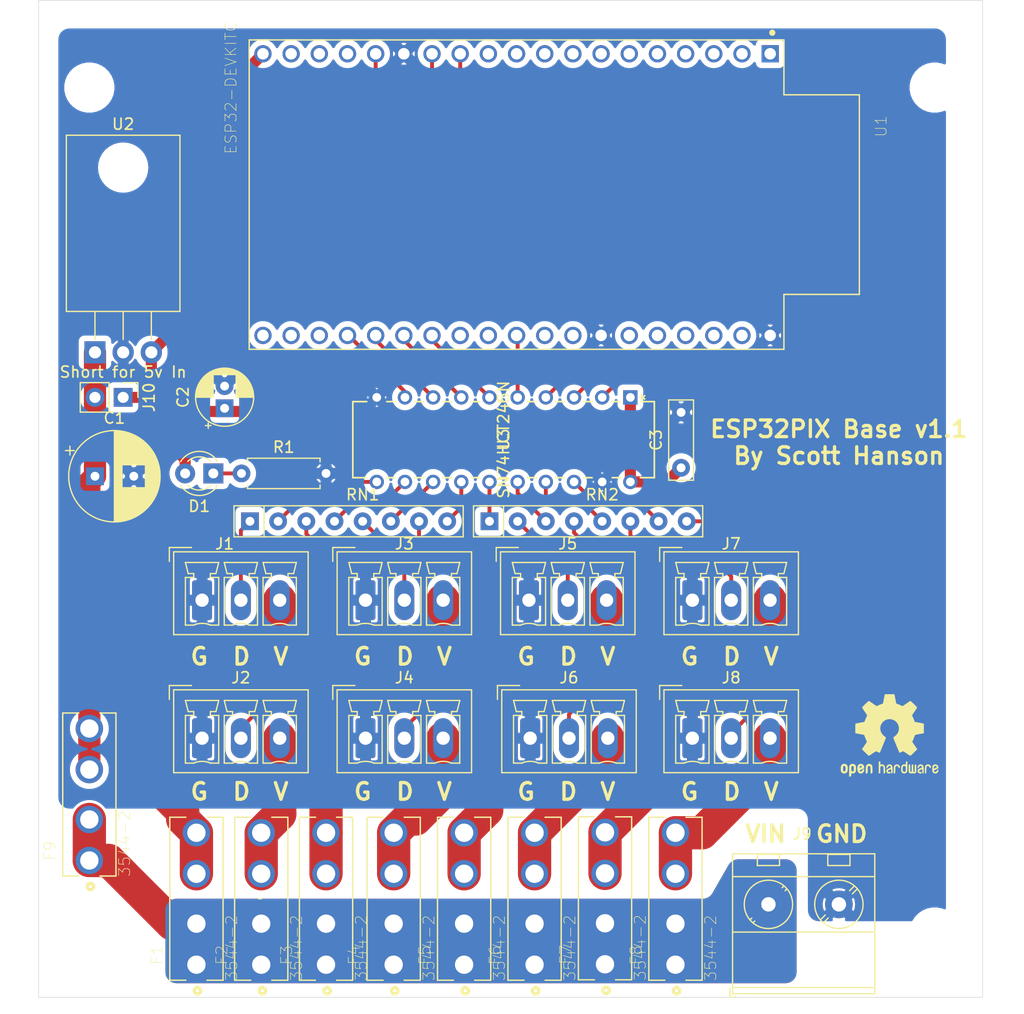
<source format=kicad_pcb>
(kicad_pcb (version 20171130) (host pcbnew "(5.1.0)-1")
  (layers (0 F.Cu signal) (31 B.Cu signal) (34 B.Paste user) (35 F.Paste user) (36 B.SilkS user) (37 F.SilkS user) (38 B.Mask user) (39 F.Mask user) (44 Edge.Cuts user))
  (net 0 "")
  (net 1 GND)
  (net 2 +VDC)
  (net 3 +5V)
  (net 4 "Net-(J1-Pad2)")
  (net 5 /VOUT1)
  (net 6 "Net-(J2-Pad2)")
  (net 7 /VOUT2)
  (net 8 "Net-(J3-Pad2)")
  (net 9 /VOUT3)
  (net 10 "Net-(J4-Pad2)")
  (net 11 /VOUT4)
  (net 12 "Net-(J5-Pad2)")
  (net 13 /VOUT5)
  (net 14 "Net-(J6-Pad2)")
  (net 15 /VOUT6)
  (net 16 "Net-(J7-Pad2)")
  (net 17 /VOUT7)
  (net 18 "Net-(J8-Pad2)")
  (net 19 /VOUT8)
  (net 20 "Net-(U1-Pad37)")
  (net 21 "Net-(U1-Pad36)")
  (net 22 "Net-(U1-Pad35)")
  (net 23 "Net-(U1-Pad34)")
  (net 24 "Net-(U1-Pad33)")
  (net 25 "Net-(U1-Pad31)")
  (net 26 "Net-(U1-Pad30)")
  (net 27 "Net-(U1-Pad28)")
  (net 28 "Net-(U1-Pad27)")
  (net 29 "Net-(U1-Pad22)")
  (net 30 "Net-(U1-Pad21)")
  (net 31 "Net-(U1-Pad20)")
  (net 32 "Net-(U1-Pad18)")
  (net 33 "Net-(U1-Pad17)")
  (net 34 "Net-(U1-Pad16)")
  (net 35 "Net-(U1-Pad11)")
  (net 36 "Net-(U1-Pad10)")
  (net 37 "Net-(U1-Pad9)")
  (net 38 "Net-(U1-Pad8)")
  (net 39 "Net-(U1-Pad7)")
  (net 40 "Net-(U1-Pad6)")
  (net 41 "Net-(U1-Pad5)")
  (net 42 "Net-(U1-Pad4)")
  (net 43 "Net-(U1-Pad3)")
  (net 44 "Net-(U1-Pad2)")
  (net 45 "Net-(U1-Pad1)")
  (net 46 "Net-(U1-Pad29)")
  (net 47 "Net-(U1-Pad26)")
  (net 48 "Net-(U1-Pad25)")
  (net 49 "Net-(U1-Pad24)")
  (net 50 "Net-(U1-Pad23)")
  (net 51 "Net-(U1-Pad15)")
  (net 52 "Net-(U1-Pad13)")
  (net 53 "Net-(U1-Pad12)")
  (net 54 /VIN)
  (net 55 "Net-(RN1-Pad4)")
  (net 56 "Net-(RN1-Pad2)")
  (net 57 "Net-(RN2-Pad3)")
  (net 58 "Net-(RN2-Pad1)")
  (net 59 "Net-(RN1-Pad8)")
  (net 60 "Net-(RN1-Pad6)")
  (net 61 "Net-(RN2-Pad7)")
  (net 62 "Net-(RN2-Pad5)")
  (net 63 "Net-(D1-Pad1)")
  (module Package_TO_SOT_THT:TO-220-3_Horizontal_TabDown (layer F.Cu) (at 120.396 75.184)
    (fp_text reference U2 (at 2.54 -20.58) (layer F.SilkS))
    (fp_text value LM7805_TO220)
    (pad 3 thru_hole oval (at 5.08 0) (size 1.905 2) (drill 1.1) (layers *.Cu *.Mask) (net 3 +5V))
    (pad 2 thru_hole oval (at 2.54 0) (size 1.905 2) (drill 1.1) (layers *.Cu *.Mask) (net 1 GND))
    (pad 1 thru_hole rect (at 0 0) (size 1.905 2) (drill 1.1) (layers *.Cu *.Mask) (net 54 /VIN))
    (pad "" np_thru_hole oval (at 2.54 -16.66) (size 3.5 3.5) (drill 3.5) (layers *.Cu *.Mask))
  )
  (module Connector_Phoenix_MC:PhoenixContact_MCV_1,5_3-G-3.5_1x03_P3.50mm_Vertical (layer F.Cu) (at 159.512 97.536)
    (fp_text reference J5 (at 3.5 -5.08) (layer F.SilkS))
    (fp_text value Conn_01x03)
    (pad 3 thru_hole oval (at 7 0) (size 1.8 3.6) (drill 1.2) (layers *.Cu *.Mask) (net 13 /VOUT5))
    (pad 2 thru_hole oval (at 3.5 0) (size 1.8 3.6) (drill 1.2) (layers *.Cu *.Mask) (net 12 "Net-(J5-Pad2)"))
    (pad 1 thru_hole roundrect (at 0 0) (size 1.8 3.6) (drill 1.2) (layers *.Cu *.Mask) (roundrect_rratio 0.138889) (net 1 GND))
  )
  (module Connector_Phoenix_MC:PhoenixContact_MCV_1,5_3-G-3.5_1x03_P3.50mm_Vertical (layer F.Cu) (at 159.624 109.982)
    (fp_text reference J6 (at 3.5 -5.45) (layer F.SilkS))
    (fp_text value Conn_01x03)
    (pad 3 thru_hole oval (at 7 0) (size 1.8 3.6) (drill 1.2) (layers *.Cu *.Mask) (net 15 /VOUT6))
    (pad 2 thru_hole oval (at 3.5 0) (size 1.8 3.6) (drill 1.2) (layers *.Cu *.Mask) (net 14 "Net-(J6-Pad2)"))
    (pad 1 thru_hole roundrect (at 0 0) (size 1.8 3.6) (drill 1.2) (layers *.Cu *.Mask) (roundrect_rratio 0.138889) (net 1 GND))
  )
  (module Resistor_THT:R_Axial_DIN0207_L6.3mm_D2.5mm_P7.62mm_Horizontal (layer F.Cu) (at 133.604 86.106)
    (fp_text reference R1 (at 3.81 -2.37) (layer F.SilkS))
    (fp_text value 330)
    (pad 2 thru_hole oval (at 7.62 0) (size 1.6 1.6) (drill 0.8) (layers *.Cu *.Mask) (net 1 GND))
    (pad 1 thru_hole circle (at 0 0) (size 1.6 1.6) (drill 0.8) (layers *.Cu *.Mask) (net 63 "Net-(D1-Pad1)"))
  )
  (module LED_THT:LED_D3.0mm (layer F.Cu) (at 131.064 86.106 180)
    (fp_text reference D1 (at 1.27 -2.96 180) (layer F.SilkS))
    (fp_text value Red)
    (pad 2 thru_hole circle (at 2.54 0 180) (size 1.8 1.8) (drill 0.9) (layers *.Cu *.Mask) (net 3 +5V))
    (pad 1 thru_hole rect (at 0 0 180) (size 1.8 1.8) (drill 0.9) (layers *.Cu *.Mask) (net 63 "Net-(D1-Pad1)"))
  )
  (module Resistor_THT:R_Array_SIP8 (layer F.Cu) (at 155.956 90.424)
    (fp_text reference RN2 (at 10.16 -2.4) (layer F.SilkS))
    (fp_text value 100)
    (pad 8 thru_hole oval (at 17.78 0) (size 1.6 1.6) (drill 0.8) (layers *.Cu *.Mask) (net 18 "Net-(J8-Pad2)"))
    (pad 7 thru_hole oval (at 15.24 0) (size 1.6 1.6) (drill 0.8) (layers *.Cu *.Mask) (net 61 "Net-(RN2-Pad7)"))
    (pad 6 thru_hole oval (at 12.7 0) (size 1.6 1.6) (drill 0.8) (layers *.Cu *.Mask) (net 16 "Net-(J7-Pad2)"))
    (pad 5 thru_hole oval (at 10.16 0) (size 1.6 1.6) (drill 0.8) (layers *.Cu *.Mask) (net 62 "Net-(RN2-Pad5)"))
    (pad 4 thru_hole oval (at 7.62 0) (size 1.6 1.6) (drill 0.8) (layers *.Cu *.Mask) (net 14 "Net-(J6-Pad2)"))
    (pad 3 thru_hole oval (at 5.08 0) (size 1.6 1.6) (drill 0.8) (layers *.Cu *.Mask) (net 57 "Net-(RN2-Pad3)"))
    (pad 2 thru_hole oval (at 2.54 0) (size 1.6 1.6) (drill 0.8) (layers *.Cu *.Mask) (net 12 "Net-(J5-Pad2)"))
    (pad 1 thru_hole rect (at 0 0) (size 1.6 1.6) (drill 0.8) (layers *.Cu *.Mask) (net 58 "Net-(RN2-Pad1)"))
  )
  (module Resistor_THT:R_Array_SIP8 (layer F.Cu) (at 134.366 90.424)
    (fp_text reference RN1 (at 10.16 -2.4) (layer F.SilkS))
    (fp_text value 100)
    (pad 8 thru_hole oval (at 17.78 0) (size 1.6 1.6) (drill 0.8) (layers *.Cu *.Mask) (net 59 "Net-(RN1-Pad8)"))
    (pad 7 thru_hole oval (at 15.24 0) (size 1.6 1.6) (drill 0.8) (layers *.Cu *.Mask) (net 10 "Net-(J4-Pad2)"))
    (pad 6 thru_hole oval (at 12.7 0) (size 1.6 1.6) (drill 0.8) (layers *.Cu *.Mask) (net 60 "Net-(RN1-Pad6)"))
    (pad 5 thru_hole oval (at 10.16 0) (size 1.6 1.6) (drill 0.8) (layers *.Cu *.Mask) (net 8 "Net-(J3-Pad2)"))
    (pad 4 thru_hole oval (at 7.62 0) (size 1.6 1.6) (drill 0.8) (layers *.Cu *.Mask) (net 55 "Net-(RN1-Pad4)"))
    (pad 3 thru_hole oval (at 5.08 0) (size 1.6 1.6) (drill 0.8) (layers *.Cu *.Mask) (net 6 "Net-(J2-Pad2)"))
    (pad 2 thru_hole oval (at 2.54 0) (size 1.6 1.6) (drill 0.8) (layers *.Cu *.Mask) (net 56 "Net-(RN1-Pad2)"))
    (pad 1 thru_hole rect (at 0 0) (size 1.6 1.6) (drill 0.8) (layers *.Cu *.Mask) (net 4 "Net-(J1-Pad2)"))
  )
  (module Capacitor_THT:C_Rect_L7.0mm_W2.0mm_P5.00mm (layer F.Cu) (at 173.228 85.598 90)
    (fp_text reference C3 (at 2.5 -2.25 90) (layer F.SilkS))
    (fp_text value 0.1uF)
    (pad 2 thru_hole circle (at 5 0 90) (size 1.6 1.6) (drill 0.8) (layers *.Cu *.Mask) (net 1 GND))
    (pad 1 thru_hole circle (at 0 0 90) (size 1.6 1.6) (drill 0.8) (layers *.Cu *.Mask) (net 3 +5V))
  )
  (module Symbol:OSHW-Logo2_9.8x8mm_SilkScreen (layer F.Cu) (at 192.024 109.728)
    (fp_text reference REF** hide)
    (fp_text value OSHW-Logo2_9.8x8mm_SilkScreen hide)
  )
  (module MountingHole:MountingHole_3.5mm (layer F.Cu) (at 119.888 51.308)
    (fp_text reference H1)
    (fp_text value MountingHole_3.5mm)
    (pad 1 np_thru_hole circle (at 0 0) (size 3.5 3.5) (drill 3.5) (layers *.Cu *.Mask))
  )
  (module MountingHole:MountingHole_3.5mm (layer F.Cu) (at 119.888 127.508)
    (fp_text reference H2)
    (fp_text value MountingHole_3.5mm)
    (pad 1 np_thru_hole circle (at 0 0) (size 3.5 3.5) (drill 3.5) (layers *.Cu *.Mask))
  )
  (module MountingHole:MountingHole_3.5mm (layer F.Cu) (at 196.088 51.308)
    (fp_text reference H3)
    (fp_text value MountingHole_3.5mm)
    (pad 1 np_thru_hole circle (at 0 0) (size 3.5 3.5) (drill 3.5) (layers *.Cu *.Mask))
  )
  (module MountingHole:MountingHole_3.5mm (layer F.Cu) (at 196.088 127.508)
    (fp_text reference H4)
    (fp_text value MountingHole_3.5mm)
    (pad 1 np_thru_hole circle (at 0 0) (size 3.5 3.5) (drill 3.5) (layers *.Cu *.Mask))
  )
  (module Capacitor_THT:CP_Radial_D8.0mm_P3.50mm (layer F.Cu) (at 120.396 86.36)
    (fp_text reference C1 (at 1.75 -5.25) (layer F.SilkS))
    (fp_text value 100uF)
    (pad 2 thru_hole circle (at 3.5 0) (size 1.6 1.6) (drill 0.8) (layers *.Cu *.Mask) (net 1 GND))
    (pad 1 thru_hole rect (at 0 0) (size 1.6 1.6) (drill 0.8) (layers *.Cu *.Mask) (net 54 /VIN))
  )
  (module Keystone_Fuse:FUSE_3544-2 (layer F.Cu) (at 119.888 115.062 90)
    (fp_text reference F9 (at -5.08 -3.556 90) (layer F.SilkS) (effects (font (thickness 0.05))))
    (fp_text value 3544-2 (at -4.445 3.175 90) (layer F.SilkS) (effects (font (thickness 0.05))))
    (pad 2_2 thru_hole circle (at 5.95 0 90) (size 2.475 2.475) (drill 1.65) (layers *.Cu *.Mask) (net 54 /VIN))
    (pad 1_1 thru_hole circle (at -5.95 0 90) (size 2.475 2.475) (drill 1.65) (layers *.Cu *.Mask) (net 2 +VDC))
    (pad 2_1 thru_hole circle (at 2.25 0 90) (size 2.475 2.475) (drill 1.65) (layers *.Cu *.Mask) (net 54 /VIN))
    (pad 1_2 thru_hole circle (at -2.25 0 90) (size 2.475 2.475) (drill 1.65) (layers *.Cu *.Mask) (net 2 +VDC))
  )
  (module Connector_PinHeader_2.54mm:PinHeader_1x02_P2.54mm_Vertical (layer F.Cu) (at 122.936 79.248 270)
    (fp_text reference J10 (at 0 -2.33 270) (layer F.SilkS))
    (fp_text value Conn_01x02)
    (pad 2 thru_hole oval (at 0 2.54 270) (size 1.7 1.7) (drill 1) (layers *.Cu *.Mask) (net 54 /VIN))
    (pad 1 thru_hole rect (at 0 0 270) (size 1.7 1.7) (drill 1) (layers *.Cu *.Mask) (net 3 +5V))
  )
  (module SN74HCT245N:SN74HCT245N (layer F.Cu) (at 145.796 86.868 270)
    (fp_text reference U3 (at -3.81 -11.43 270) (layer F.SilkS))
    (fp_text value SN74HCT245N (at -3.81 -11.43 270) (layer F.SilkS))
    (fp_text user * (at -7.62 -24.2697 270) (layer F.SilkS))
    (pad 20 thru_hole circle (at 0 -22.86 270) (size 1.2954 1.2954) (drill 0.7874) (layers *.Cu *.Mask) (net 3 +5V))
    (pad 19 thru_hole circle (at 0 -20.32 270) (size 1.2954 1.2954) (drill 0.7874) (layers *.Cu *.Mask) (net 1 GND))
    (pad 18 thru_hole circle (at 0 -17.78 270) (size 1.2954 1.2954) (drill 0.7874) (layers *.Cu *.Mask) (net 61 "Net-(RN2-Pad7)"))
    (pad 17 thru_hole circle (at 0 -15.24 270) (size 1.2954 1.2954) (drill 0.7874) (layers *.Cu *.Mask) (net 62 "Net-(RN2-Pad5)"))
    (pad 16 thru_hole circle (at 0 -12.7 270) (size 1.2954 1.2954) (drill 0.7874) (layers *.Cu *.Mask) (net 57 "Net-(RN2-Pad3)"))
    (pad 15 thru_hole circle (at 0 -10.16 270) (size 1.2954 1.2954) (drill 0.7874) (layers *.Cu *.Mask) (net 58 "Net-(RN2-Pad1)"))
    (pad 14 thru_hole circle (at 0 -7.62 270) (size 1.2954 1.2954) (drill 0.7874) (layers *.Cu *.Mask) (net 59 "Net-(RN1-Pad8)"))
    (pad 13 thru_hole circle (at 0 -5.08 270) (size 1.2954 1.2954) (drill 0.7874) (layers *.Cu *.Mask) (net 60 "Net-(RN1-Pad6)"))
    (pad 12 thru_hole circle (at 0 -2.54 270) (size 1.2954 1.2954) (drill 0.7874) (layers *.Cu *.Mask) (net 55 "Net-(RN1-Pad4)"))
    (pad 11 thru_hole circle (at 0 0 270) (size 1.2954 1.2954) (drill 0.7874) (layers *.Cu *.Mask) (net 56 "Net-(RN1-Pad2)"))
    (pad 10 thru_hole circle (at -7.62 0 270) (size 1.2954 1.2954) (drill 0.7874) (layers *.Cu *.Mask) (net 1 GND))
    (pad 9 thru_hole circle (at -7.62 -2.54 270) (size 1.2954 1.2954) (drill 0.7874) (layers *.Cu *.Mask) (net 50 "Net-(U1-Pad23)"))
    (pad 8 thru_hole circle (at -7.62 -5.08 270) (size 1.2954 1.2954) (drill 0.7874) (layers *.Cu *.Mask) (net 49 "Net-(U1-Pad24)"))
    (pad 7 thru_hole circle (at -7.62 -7.62 270) (size 1.2954 1.2954) (drill 0.7874) (layers *.Cu *.Mask) (net 48 "Net-(U1-Pad25)"))
    (pad 6 thru_hole circle (at -7.62 -10.16 270) (size 1.2954 1.2954) (drill 0.7874) (layers *.Cu *.Mask) (net 47 "Net-(U1-Pad26)"))
    (pad 5 thru_hole circle (at -7.62 -12.7 270) (size 1.2954 1.2954) (drill 0.7874) (layers *.Cu *.Mask) (net 46 "Net-(U1-Pad29)"))
    (pad 4 thru_hole circle (at -7.62 -15.24 270) (size 1.2954 1.2954) (drill 0.7874) (layers *.Cu *.Mask) (net 51 "Net-(U1-Pad15)"))
    (pad 3 thru_hole circle (at -7.62 -17.78 270) (size 1.2954 1.2954) (drill 0.7874) (layers *.Cu *.Mask) (net 52 "Net-(U1-Pad13)"))
    (pad 2 thru_hole circle (at -7.62 -20.32 270) (size 1.2954 1.2954) (drill 0.7874) (layers *.Cu *.Mask) (net 53 "Net-(U1-Pad12)"))
    (pad 1 thru_hole rect (at -7.62 -22.86 270) (size 1.2954 1.2954) (drill 0.7874) (layers *.Cu *.Mask) (net 3 +5V))
  )
  (module Connector_Phoenix_MC:PhoenixContact_MCV_1,5_3-G-3.5_1x03_P3.50mm_Vertical (layer F.Cu) (at 130.048 109.982)
    (fp_text reference J2 (at 3.5 -5.45) (layer F.SilkS))
    (fp_text value Conn_01x03)
    (pad 3 thru_hole oval (at 7 0) (size 1.8 3.6) (drill 1.2) (layers *.Cu *.Mask) (net 7 /VOUT2))
    (pad 2 thru_hole oval (at 3.5 0) (size 1.8 3.6) (drill 1.2) (layers *.Cu *.Mask) (net 6 "Net-(J2-Pad2)"))
    (pad 1 thru_hole roundrect (at 0 0) (size 1.8 3.6) (drill 1.2) (layers *.Cu *.Mask) (roundrect_rratio 0.138889) (net 1 GND))
  )
  (module Keystone_Fuse:FUSE_3544-2 (layer F.Cu) (at 129.54 124.46 90)
    (fp_text reference F1 (at -5.08 -3.556 90) (layer F.SilkS) (effects (font (thickness 0.05))))
    (fp_text value 3544-2 (at -4.445 3.175 90) (layer F.SilkS) (effects (font (thickness 0.05))))
    (pad 2_2 thru_hole circle (at 5.95 0 90) (size 2.475 2.475) (drill 1.65) (layers *.Cu *.Mask) (net 5 /VOUT1))
    (pad 1_1 thru_hole circle (at -5.95 0 90) (size 2.475 2.475) (drill 1.65) (layers *.Cu *.Mask) (net 2 +VDC))
    (pad 2_1 thru_hole circle (at 2.25 0 90) (size 2.475 2.475) (drill 1.65) (layers *.Cu *.Mask) (net 5 /VOUT1))
    (pad 1_2 thru_hole circle (at -2.25 0 90) (size 2.475 2.475) (drill 1.65) (layers *.Cu *.Mask) (net 2 +VDC))
  )
  (module Connector_Phoenix_MC:PhoenixContact_MCV_1,5_3-G-3.5_1x03_P3.50mm_Vertical (layer F.Cu) (at 174.244 97.536)
    (fp_text reference J7 (at 3.5 -5.08) (layer F.SilkS))
    (fp_text value Conn_01x03)
    (pad 3 thru_hole oval (at 7 0) (size 1.8 3.6) (drill 1.2) (layers *.Cu *.Mask) (net 17 /VOUT7))
    (pad 2 thru_hole oval (at 3.5 0) (size 1.8 3.6) (drill 1.2) (layers *.Cu *.Mask) (net 16 "Net-(J7-Pad2)"))
    (pad 1 thru_hole roundrect (at 0 0) (size 1.8 3.6) (drill 1.2) (layers *.Cu *.Mask) (roundrect_rratio 0.138889) (net 1 GND))
  )
  (module Keystone_Fuse:FUSE_3544-2 (layer F.Cu) (at 172.72 124.46 90)
    (fp_text reference F8 (at -5.08 -3.556 90) (layer F.SilkS) (effects (font (thickness 0.05))))
    (fp_text value 3544-2 (at -4.445 3.175 90) (layer F.SilkS) (effects (font (thickness 0.05))))
    (pad 2_2 thru_hole circle (at 5.95 0 90) (size 2.475 2.475) (drill 1.65) (layers *.Cu *.Mask) (net 19 /VOUT8))
    (pad 1_1 thru_hole circle (at -5.95 0 90) (size 2.475 2.475) (drill 1.65) (layers *.Cu *.Mask) (net 2 +VDC))
    (pad 2_1 thru_hole circle (at 2.25 0 90) (size 2.475 2.475) (drill 1.65) (layers *.Cu *.Mask) (net 19 /VOUT8))
    (pad 1_2 thru_hole circle (at -2.25 0 90) (size 2.475 2.475) (drill 1.65) (layers *.Cu *.Mask) (net 2 +VDC))
  )
  (module Keystone_Fuse:FUSE_3544-2 (layer F.Cu) (at 166.37 124.424 90)
    (fp_text reference F7 (at -5.08 -3.556 90) (layer F.SilkS) (effects (font (thickness 0.05))))
    (fp_text value 3544-2 (at -4.445 3.175 90) (layer F.SilkS) (effects (font (thickness 0.05))))
    (pad 2_2 thru_hole circle (at 5.95 0 90) (size 2.475 2.475) (drill 1.65) (layers *.Cu *.Mask) (net 17 /VOUT7))
    (pad 1_1 thru_hole circle (at -5.95 0 90) (size 2.475 2.475) (drill 1.65) (layers *.Cu *.Mask) (net 2 +VDC))
    (pad 2_1 thru_hole circle (at 2.25 0 90) (size 2.475 2.475) (drill 1.65) (layers *.Cu *.Mask) (net 17 /VOUT7))
    (pad 1_2 thru_hole circle (at -2.25 0 90) (size 2.475 2.475) (drill 1.65) (layers *.Cu *.Mask) (net 2 +VDC))
  )
  (module Keystone_Fuse:FUSE_3544-2 (layer F.Cu) (at 160.02 124.46 90)
    (fp_text reference F6 (at -5.08 -3.556 90) (layer F.SilkS) (effects (font (thickness 0.05))))
    (fp_text value 3544-2 (at -4.445 3.175 90) (layer F.SilkS) (effects (font (thickness 0.05))))
    (pad 2_2 thru_hole circle (at 5.95 0 90) (size 2.475 2.475) (drill 1.65) (layers *.Cu *.Mask) (net 15 /VOUT6))
    (pad 1_1 thru_hole circle (at -5.95 0 90) (size 2.475 2.475) (drill 1.65) (layers *.Cu *.Mask) (net 2 +VDC))
    (pad 2_1 thru_hole circle (at 2.25 0 90) (size 2.475 2.475) (drill 1.65) (layers *.Cu *.Mask) (net 15 /VOUT6))
    (pad 1_2 thru_hole circle (at -2.25 0 90) (size 2.475 2.475) (drill 1.65) (layers *.Cu *.Mask) (net 2 +VDC))
  )
  (module Keystone_Fuse:FUSE_3544-2 (layer F.Cu) (at 153.67 124.46 90)
    (fp_text reference F5 (at -5.08 -3.556 90) (layer F.SilkS) (effects (font (thickness 0.05))))
    (fp_text value 3544-2 (at -4.445 3.175 90) (layer F.SilkS) (effects (font (thickness 0.05))))
    (pad 2_2 thru_hole circle (at 5.95 0 90) (size 2.475 2.475) (drill 1.65) (layers *.Cu *.Mask) (net 13 /VOUT5))
    (pad 1_1 thru_hole circle (at -5.95 0 90) (size 2.475 2.475) (drill 1.65) (layers *.Cu *.Mask) (net 2 +VDC))
    (pad 2_1 thru_hole circle (at 2.25 0 90) (size 2.475 2.475) (drill 1.65) (layers *.Cu *.Mask) (net 13 /VOUT5))
    (pad 1_2 thru_hole circle (at -2.25 0 90) (size 2.475 2.475) (drill 1.65) (layers *.Cu *.Mask) (net 2 +VDC))
  )
  (module Keystone_Fuse:FUSE_3544-2 (layer F.Cu) (at 147.32 124.46 90)
    (fp_text reference F4 (at -5.08 -3.556 90) (layer F.SilkS) (effects (font (thickness 0.05))))
    (fp_text value 3544-2 (at -4.445 3.175 90) (layer F.SilkS) (effects (font (thickness 0.05))))
    (pad 2_2 thru_hole circle (at 5.95 0 90) (size 2.475 2.475) (drill 1.65) (layers *.Cu *.Mask) (net 11 /VOUT4))
    (pad 1_1 thru_hole circle (at -5.95 0 90) (size 2.475 2.475) (drill 1.65) (layers *.Cu *.Mask) (net 2 +VDC))
    (pad 2_1 thru_hole circle (at 2.25 0 90) (size 2.475 2.475) (drill 1.65) (layers *.Cu *.Mask) (net 11 /VOUT4))
    (pad 1_2 thru_hole circle (at -2.25 0 90) (size 2.475 2.475) (drill 1.65) (layers *.Cu *.Mask) (net 2 +VDC))
  )
  (module Keystone_Fuse:FUSE_3544-2 (layer F.Cu) (at 141.224 124.46 90)
    (fp_text reference F3 (at -5.08 -3.556 90) (layer F.SilkS) (effects (font (thickness 0.05))))
    (fp_text value 3544-2 (at -4.445 3.175 90) (layer F.SilkS) (effects (font (thickness 0.05))))
    (pad 2_2 thru_hole circle (at 5.95 0 90) (size 2.475 2.475) (drill 1.65) (layers *.Cu *.Mask) (net 9 /VOUT3))
    (pad 1_1 thru_hole circle (at -5.95 0 90) (size 2.475 2.475) (drill 1.65) (layers *.Cu *.Mask) (net 2 +VDC))
    (pad 2_1 thru_hole circle (at 2.25 0 90) (size 2.475 2.475) (drill 1.65) (layers *.Cu *.Mask) (net 9 /VOUT3))
    (pad 1_2 thru_hole circle (at -2.25 0 90) (size 2.475 2.475) (drill 1.65) (layers *.Cu *.Mask) (net 2 +VDC))
  )
  (module Keystone_Fuse:FUSE_3544-2 (layer F.Cu) (at 135.382 124.46 90)
    (fp_text reference F2 (at -5.08 -3.556 90) (layer F.SilkS) (effects (font (thickness 0.05))))
    (fp_text value 3544-2 (at -4.445 3.175 90) (layer F.SilkS) (effects (font (thickness 0.05))))
    (pad 2_2 thru_hole circle (at 5.95 0 90) (size 2.475 2.475) (drill 1.65) (layers *.Cu *.Mask) (net 7 /VOUT2))
    (pad 1_1 thru_hole circle (at -5.95 0 90) (size 2.475 2.475) (drill 1.65) (layers *.Cu *.Mask) (net 2 +VDC))
    (pad 2_1 thru_hole circle (at 2.25 0 90) (size 2.475 2.475) (drill 1.65) (layers *.Cu *.Mask) (net 7 /VOUT2))
    (pad 1_2 thru_hole circle (at -2.25 0 90) (size 2.475 2.475) (drill 1.65) (layers *.Cu *.Mask) (net 2 +VDC))
  )
  (module ESP32_DEVKITC:XCVR_ESP32-DEVKITC (layer F.Cu) (at 161.798 60.96 270)
    (fp_text reference U1 (at -6.16442 -29.456 270) (layer F.SilkS) (effects (font (size 1.00039 1.00039) (thickness 0.05))))
    (fp_text value ESP32-DEVKITC (at -9.63628 29.1445 270) (layer F.SilkS) (effects (font (size 1.00105 1.00105) (thickness 0.05))))
    (pad 38 thru_hole circle (at 12.7 -19.46 90) (size 1.56 1.56) (drill 1.04) (layers *.Cu *.Mask) (net 1 GND))
    (pad 37 thru_hole circle (at 12.7 -16.92 90) (size 1.56 1.56) (drill 1.04) (layers *.Cu *.Mask) (net 20 "Net-(U1-Pad37)"))
    (pad 36 thru_hole circle (at 12.7 -14.38 90) (size 1.56 1.56) (drill 1.04) (layers *.Cu *.Mask) (net 21 "Net-(U1-Pad36)"))
    (pad 35 thru_hole circle (at 12.7 -11.84 90) (size 1.56 1.56) (drill 1.04) (layers *.Cu *.Mask) (net 22 "Net-(U1-Pad35)"))
    (pad 34 thru_hole circle (at 12.7 -9.3 90) (size 1.56 1.56) (drill 1.04) (layers *.Cu *.Mask) (net 23 "Net-(U1-Pad34)"))
    (pad 33 thru_hole circle (at 12.7 -6.76 90) (size 1.56 1.56) (drill 1.04) (layers *.Cu *.Mask) (net 24 "Net-(U1-Pad33)"))
    (pad 32 thru_hole circle (at 12.7 -4.22 90) (size 1.56 1.56) (drill 1.04) (layers *.Cu *.Mask) (net 1 GND))
    (pad 31 thru_hole circle (at 12.7 -1.68 90) (size 1.56 1.56) (drill 1.04) (layers *.Cu *.Mask) (net 25 "Net-(U1-Pad31)"))
    (pad 30 thru_hole circle (at 12.7 0.86 90) (size 1.56 1.56) (drill 1.04) (layers *.Cu *.Mask) (net 26 "Net-(U1-Pad30)"))
    (pad 29 thru_hole circle (at 12.7 3.4 90) (size 1.56 1.56) (drill 1.04) (layers *.Cu *.Mask) (net 46 "Net-(U1-Pad29)"))
    (pad 28 thru_hole circle (at 12.7 5.94 90) (size 1.56 1.56) (drill 1.04) (layers *.Cu *.Mask) (net 27 "Net-(U1-Pad28)"))
    (pad 27 thru_hole circle (at 12.7 8.48 90) (size 1.56 1.56) (drill 1.04) (layers *.Cu *.Mask) (net 28 "Net-(U1-Pad27)"))
    (pad 26 thru_hole circle (at 12.7 11.02 90) (size 1.56 1.56) (drill 1.04) (layers *.Cu *.Mask) (net 47 "Net-(U1-Pad26)"))
    (pad 25 thru_hole circle (at 12.7 13.56 90) (size 1.56 1.56) (drill 1.04) (layers *.Cu *.Mask) (net 48 "Net-(U1-Pad25)"))
    (pad 24 thru_hole circle (at 12.7 16.1 90) (size 1.56 1.56) (drill 1.04) (layers *.Cu *.Mask) (net 49 "Net-(U1-Pad24)"))
    (pad 23 thru_hole circle (at 12.7 18.64 90) (size 1.56 1.56) (drill 1.04) (layers *.Cu *.Mask) (net 50 "Net-(U1-Pad23)"))
    (pad 22 thru_hole circle (at 12.7 21.18 90) (size 1.56 1.56) (drill 1.04) (layers *.Cu *.Mask) (net 29 "Net-(U1-Pad22)"))
    (pad 21 thru_hole circle (at 12.7 23.72 90) (size 1.56 1.56) (drill 1.04) (layers *.Cu *.Mask) (net 30 "Net-(U1-Pad21)"))
    (pad 20 thru_hole circle (at 12.7 26.26 90) (size 1.56 1.56) (drill 1.04) (layers *.Cu *.Mask) (net 31 "Net-(U1-Pad20)"))
    (pad 18 thru_hole circle (at -12.7 23.72 270) (size 1.56 1.56) (drill 1.04) (layers *.Cu *.Mask) (net 32 "Net-(U1-Pad18)"))
    (pad 17 thru_hole circle (at -12.7 21.18 270) (size 1.56 1.56) (drill 1.04) (layers *.Cu *.Mask) (net 33 "Net-(U1-Pad17)"))
    (pad 16 thru_hole circle (at -12.7 18.64 270) (size 1.56 1.56) (drill 1.04) (layers *.Cu *.Mask) (net 34 "Net-(U1-Pad16)"))
    (pad 15 thru_hole circle (at -12.7 16.1 270) (size 1.56 1.56) (drill 1.04) (layers *.Cu *.Mask) (net 51 "Net-(U1-Pad15)"))
    (pad 14 thru_hole circle (at -12.7 13.56 270) (size 1.56 1.56) (drill 1.04) (layers *.Cu *.Mask) (net 1 GND))
    (pad 13 thru_hole circle (at -12.7 11.02 270) (size 1.56 1.56) (drill 1.04) (layers *.Cu *.Mask) (net 52 "Net-(U1-Pad13)"))
    (pad 12 thru_hole circle (at -12.7 8.48 270) (size 1.56 1.56) (drill 1.04) (layers *.Cu *.Mask) (net 53 "Net-(U1-Pad12)"))
    (pad 11 thru_hole circle (at -12.7 5.94 270) (size 1.56 1.56) (drill 1.04) (layers *.Cu *.Mask) (net 35 "Net-(U1-Pad11)"))
    (pad 10 thru_hole circle (at -12.7 3.4 270) (size 1.56 1.56) (drill 1.04) (layers *.Cu *.Mask) (net 36 "Net-(U1-Pad10)"))
    (pad 9 thru_hole circle (at -12.7 0.86 270) (size 1.56 1.56) (drill 1.04) (layers *.Cu *.Mask) (net 37 "Net-(U1-Pad9)"))
    (pad 8 thru_hole circle (at -12.7 -1.68 270) (size 1.56 1.56) (drill 1.04) (layers *.Cu *.Mask) (net 38 "Net-(U1-Pad8)"))
    (pad 7 thru_hole circle (at -12.7 -4.22 270) (size 1.56 1.56) (drill 1.04) (layers *.Cu *.Mask) (net 39 "Net-(U1-Pad7)"))
    (pad 6 thru_hole circle (at -12.7 -6.76 270) (size 1.56 1.56) (drill 1.04) (layers *.Cu *.Mask) (net 40 "Net-(U1-Pad6)"))
    (pad 5 thru_hole circle (at -12.7 -9.3 270) (size 1.56 1.56) (drill 1.04) (layers *.Cu *.Mask) (net 41 "Net-(U1-Pad5)"))
    (pad 4 thru_hole circle (at -12.7 -11.84 270) (size 1.56 1.56) (drill 1.04) (layers *.Cu *.Mask) (net 42 "Net-(U1-Pad4)"))
    (pad 3 thru_hole circle (at -12.7 -14.38 270) (size 1.56 1.56) (drill 1.04) (layers *.Cu *.Mask) (net 43 "Net-(U1-Pad3)"))
    (pad 19 thru_hole circle (at -12.7 26.26 270) (size 1.56 1.56) (drill 1.04) (layers *.Cu *.Mask) (net 3 +5V))
    (pad 2 thru_hole circle (at -12.7 -16.92 270) (size 1.56 1.56) (drill 1.04) (layers *.Cu *.Mask) (net 44 "Net-(U1-Pad2)"))
    (pad 1 thru_hole rect (at -12.7 -19.46 270) (size 1.56 1.56) (drill 1.04) (layers *.Cu *.Mask) (net 45 "Net-(U1-Pad1)"))
  )
  (module TerminalBlock_MetzConnect:TerminalBlock_MetzConnect_Type701_RT11L02HGLU_1x02_P6.35mm_Horizontal (layer F.Cu) (at 181.102 124.968)
    (fp_text reference J9 (at 3.048 -6.35) (layer F.SilkS))
    (fp_text value Conn_01x02)
    (pad 2 thru_hole circle (at 6.35 0) (size 2.5 2.5) (drill 1.3) (layers *.Cu *.Mask) (net 1 GND))
    (pad 1 thru_hole rect (at 0 0) (size 2.5 2.5) (drill 1.3) (layers *.Cu *.Mask) (net 2 +VDC))
  )
  (module Connector_Phoenix_MC:PhoenixContact_MCV_1,5_3-G-3.5_1x03_P3.50mm_Vertical (layer F.Cu) (at 174.244 109.982)
    (fp_text reference J8 (at 3.5 -5.45) (layer F.SilkS))
    (fp_text value Conn_01x03)
    (pad 3 thru_hole oval (at 7 0) (size 1.8 3.6) (drill 1.2) (layers *.Cu *.Mask) (net 19 /VOUT8))
    (pad 2 thru_hole oval (at 3.5 0) (size 1.8 3.6) (drill 1.2) (layers *.Cu *.Mask) (net 18 "Net-(J8-Pad2)"))
    (pad 1 thru_hole roundrect (at 0 0) (size 1.8 3.6) (drill 1.2) (layers *.Cu *.Mask) (roundrect_rratio 0.138889) (net 1 GND))
  )
  (module Connector_Phoenix_MC:PhoenixContact_MCV_1,5_3-G-3.5_1x03_P3.50mm_Vertical (layer F.Cu) (at 144.78 109.982)
    (fp_text reference J4 (at 3.5 -5.45) (layer F.SilkS))
    (fp_text value Conn_01x03)
    (pad 3 thru_hole oval (at 7 0) (size 1.8 3.6) (drill 1.2) (layers *.Cu *.Mask) (net 11 /VOUT4))
    (pad 2 thru_hole oval (at 3.5 0) (size 1.8 3.6) (drill 1.2) (layers *.Cu *.Mask) (net 10 "Net-(J4-Pad2)"))
    (pad 1 thru_hole roundrect (at 0 0) (size 1.8 3.6) (drill 1.2) (layers *.Cu *.Mask) (roundrect_rratio 0.138889) (net 1 GND))
  )
  (module Connector_Phoenix_MC:PhoenixContact_MCV_1,5_3-G-3.5_1x03_P3.50mm_Vertical (layer F.Cu) (at 144.78 97.536)
    (fp_text reference J3 (at 3.5 -5.08) (layer F.SilkS))
    (fp_text value Conn_01x03)
    (pad 3 thru_hole oval (at 7 0) (size 1.8 3.6) (drill 1.2) (layers *.Cu *.Mask) (net 9 /VOUT3))
    (pad 2 thru_hole oval (at 3.5 0) (size 1.8 3.6) (drill 1.2) (layers *.Cu *.Mask) (net 8 "Net-(J3-Pad2)"))
    (pad 1 thru_hole roundrect (at 0 0) (size 1.8 3.6) (drill 1.2) (layers *.Cu *.Mask) (roundrect_rratio 0.138889) (net 1 GND))
  )
  (module Connector_Phoenix_MC:PhoenixContact_MCV_1,5_3-G-3.5_1x03_P3.50mm_Vertical (layer F.Cu) (at 130.048 97.536)
    (fp_text reference J1 (at 2.032 -5.08) (layer F.SilkS))
    (fp_text value Conn_01x03)
    (pad 3 thru_hole oval (at 7 0) (size 1.8 3.6) (drill 1.2) (layers *.Cu *.Mask) (net 5 /VOUT1))
    (pad 2 thru_hole oval (at 3.5 0) (size 1.8 3.6) (drill 1.2) (layers *.Cu *.Mask) (net 4 "Net-(J1-Pad2)"))
    (pad 1 thru_hole roundrect (at 0 0) (size 1.8 3.6) (drill 1.2) (layers *.Cu *.Mask) (roundrect_rratio 0.138889) (net 1 GND))
  )
  (module Capacitor_THT:CP_Radial_D5.0mm_P2.00mm (layer F.Cu) (at 132.08 80.232 90)
    (fp_text reference C2 (at 1 -3.75 90) (layer F.SilkS))
    (fp_text value 10uF)
    (pad 2 thru_hole circle (at 2 0 90) (size 1.6 1.6) (drill 0.8) (layers *.Cu *.Mask) (net 1 GND))
    (pad 1 thru_hole rect (at 0 0 90) (size 1.6 1.6) (drill 0.8) (layers *.Cu *.Mask) (net 3 +5V))
  )
  (gr_text V (at 137.16 102.616) (layer F.SilkS) (effects (font (size 1.5 1.5) (thickness 0.3))))
  (gr_text D (at 133.604 102.616) (layer F.SilkS) (effects (font (size 1.5 1.5) (thickness 0.3))))
  (gr_text G (at 129.794 102.616) (layer F.SilkS) (effects (font (size 1.5 1.5) (thickness 0.3))))
  (gr_text V (at 151.892 102.616) (layer F.SilkS) (effects (font (size 1.5 1.5) (thickness 0.3))))
  (gr_text D (at 148.336 102.616) (layer F.SilkS) (effects (font (size 1.5 1.5) (thickness 0.3))))
  (gr_text G (at 144.526 102.616) (layer F.SilkS) (effects (font (size 1.5 1.5) (thickness 0.3))))
  (gr_text V (at 166.624 102.616) (layer F.SilkS) (effects (font (size 1.5 1.5) (thickness 0.3))))
  (gr_text D (at 163.068 102.616) (layer F.SilkS) (effects (font (size 1.5 1.5) (thickness 0.3))))
  (gr_text G (at 159.258 102.616) (layer F.SilkS) (effects (font (size 1.5 1.5) (thickness 0.3))))
  (gr_text V (at 181.356 102.616) (layer F.SilkS) (effects (font (size 1.5 1.5) (thickness 0.3))))
  (gr_text D (at 177.8 102.616) (layer F.SilkS) (effects (font (size 1.5 1.5) (thickness 0.3))))
  (gr_text G (at 173.99 102.616) (layer F.SilkS) (effects (font (size 1.5 1.5) (thickness 0.3))))
  (gr_text "Short for 5v In" (at 122.936 76.962) (layer F.SilkS) (effects (font (size 1 1))))
  (gr_text G (at 144.526 114.808) (layer F.SilkS) (effects (font (size 1.5 1.5) (thickness 0.3))))
  (gr_text G (at 159.258 114.808) (layer F.SilkS) (effects (font (size 1.5 1.5) (thickness 0.3))))
  (gr_text V (at 151.892 114.808) (layer F.SilkS) (effects (font (size 1.5 1.5) (thickness 0.3))))
  (gr_text D (at 148.336 114.808) (layer F.SilkS) (effects (font (size 1.5 1.5) (thickness 0.3))))
  (gr_text "ESP32PIX Base v1.1\nBy Scott Hanson" (at 187.452 83.312) (layer F.SilkS) (effects (font (size 1.5 1.5) (thickness 0.3))))
  (gr_text V (at 181.356 114.808) (layer F.SilkS) (effects (font (size 1.5 1.5) (thickness 0.3))))
  (gr_text G (at 173.99 114.808) (layer F.SilkS) (effects (font (size 1.5 1.5) (thickness 0.3))))
  (gr_text D (at 177.8 114.808) (layer F.SilkS) (effects (font (size 1.5 1.5) (thickness 0.3))))
  (gr_text V (at 166.624 114.808) (layer F.SilkS) (effects (font (size 1.5 1.5) (thickness 0.3))))
  (gr_text D (at 163.068 114.808) (layer F.SilkS) (effects (font (size 1.5 1.5) (thickness 0.3))))
  (gr_text V (at 137.16 114.808) (layer F.SilkS) (effects (font (size 1.5 1.5) (thickness 0.3))))
  (gr_text D (at 133.604 114.808) (layer F.SilkS) (effects (font (size 1.5 1.5) (thickness 0.3))))
  (gr_text G (at 129.794 114.808) (layer F.SilkS) (effects (font (size 1.5 1.5) (thickness 0.3))))
  (gr_text GND (at 187.706 118.618) (layer F.SilkS) (effects (font (size 1.5 1.5) (thickness 0.3))))
  (gr_text VIN (at 180.848 118.618) (layer F.SilkS) (effects (font (size 1.5 1.5) (thickness 0.3))))
  (gr_line (start 135.128 124.46) (end 135.382 124.46) (layer F.SilkS) (width 0.12))
  (gr_line (start 115.316 133.35) (end 115.316 43.434) (layer Edge.Cuts) (width 0.05))
  (gr_line (start 200.406 133.35) (end 115.316 133.35) (layer Edge.Cuts) (width 0.05))
  (gr_line (start 200.406 43.434) (end 200.406 133.35) (layer Edge.Cuts) (width 0.05))
  (gr_line (start 115.316 43.434) (end 200.406 43.434) (layer Edge.Cuts) (width 0.05))
  (segment (start 127.336089 126.71) (end 129.54 126.71) (width 3) (layer F.Cu) (net 2))
  (segment (start 119.888 121.012) (end 121.638089 121.012) (width 3) (layer F.Cu) (net 2))
  (segment (start 121.638089 121.012) (end 127.336089 126.71) (width 3) (layer F.Cu) (net 2))
  (segment (start 119.888 117.312) (end 119.888 121.012) (width 3) (layer F.Cu) (net 2))
  (segment (start 125.476 75.1365) (end 125.476 75.184) (width 0.5) (layer F.Cu) (net 3))
  (segment (start 136.144 80.518) (end 128.016 80.518) (width 1) (layer F.Cu) (net 3))
  (segment (start 125.476 77.978) (end 125.476 75.184) (width 1) (layer F.Cu) (net 3))
  (segment (start 128.016 80.518) (end 125.476 77.978) (width 1) (layer F.Cu) (net 3))
  (segment (start 136.144 80.518) (end 140.462 80.518) (width 1) (layer F.Cu) (net 3))
  (segment (start 140.462 80.518) (end 142.494 82.55) (width 1) (layer F.Cu) (net 3))
  (segment (start 142.494 82.55) (end 168.656 82.55) (width 1) (layer F.Cu) (net 3))
  (segment (start 168.656 82.55) (end 168.656 79.248) (width 1) (layer F.Cu) (net 3))
  (segment (start 168.656 82.55) (end 168.656 86.868) (width 1) (layer F.Cu) (net 3))
  (segment (start 171.958 86.868) (end 168.656 86.868) (width 1) (layer F.Cu) (net 3))
  (segment (start 173.228 85.598) (end 171.958 86.868) (width 1) (layer F.Cu) (net 3))
  (segment (start 128.016 84.325208) (end 128.016 80.518) (width 1) (layer F.Cu) (net 3))
  (segment (start 128.524 84.833208) (end 128.016 84.325208) (width 1) (layer F.Cu) (net 3))
  (segment (start 128.524 86.106) (end 128.524 84.833208) (width 1) (layer F.Cu) (net 3))
  (segment (start 125.476 78.558) (end 125.476 77.978) (width 1) (layer F.Cu) (net 3))
  (segment (start 124.786 79.248) (end 125.476 78.558) (width 1) (layer F.Cu) (net 3))
  (segment (start 122.936 79.248) (end 124.786 79.248) (width 1) (layer F.Cu) (net 3))
  (segment (start 130.556 53.242) (end 135.538 48.26) (width 1) (layer F.Cu) (net 3))
  (segment (start 125.476 75.184) (end 130.556 70.104) (width 1) (layer F.Cu) (net 3))
  (segment (start 130.556 70.104) (end 130.556 53.242) (width 1) (layer F.Cu) (net 3))
  (segment (start 133.548 91.242) (end 134.366 90.424) (width 0.35) (layer F.Cu) (net 4))
  (segment (start 133.548 97.536) (end 133.548 91.242) (width 0.35) (layer F.Cu) (net 4))
  (segment (start 129.54 118.51) (end 129.54 122.21) (width 3) (layer F.Cu) (net 5))
  (segment (start 137.048 101.204) (end 137.048 97.536) (width 3) (layer F.Cu) (net 5))
  (segment (start 128.302501 117.272501) (end 128.302501 116.618501) (width 3) (layer F.Cu) (net 5))
  (segment (start 129.54 118.51) (end 128.302501 117.272501) (width 3) (layer F.Cu) (net 5))
  (segment (start 128.302501 116.618501) (end 125.73 114.046) (width 3) (layer F.Cu) (net 5))
  (segment (start 125.73 114.046) (end 125.73 106.934) (width 3) (layer F.Cu) (net 5))
  (segment (start 133.858 104.394) (end 137.048 101.204) (width 3) (layer F.Cu) (net 5))
  (segment (start 125.73 106.934) (end 128.27 104.394) (width 3) (layer F.Cu) (net 5))
  (segment (start 128.27 104.394) (end 133.858 104.394) (width 3) (layer F.Cu) (net 5))
  (segment (start 133.548 109.082) (end 133.548 109.982) (width 0.35) (layer F.Cu) (net 6))
  (segment (start 140.462 102.168) (end 133.548 109.082) (width 0.35) (layer F.Cu) (net 6))
  (segment (start 140.462 92.57137) (end 140.462 102.168) (width 0.35) (layer F.Cu) (net 6))
  (segment (start 139.446 91.55537) (end 140.462 92.57137) (width 0.35) (layer F.Cu) (net 6))
  (segment (start 139.446 90.424) (end 139.446 91.55537) (width 0.35) (layer F.Cu) (net 6))
  (segment (start 135.382 122.21) (end 135.382 118.51) (width 3) (layer F.Cu) (net 7))
  (segment (start 137.048 116.844) (end 137.048 109.982) (width 3) (layer F.Cu) (net 7))
  (segment (start 135.382 118.51) (end 137.048 116.844) (width 3) (layer F.Cu) (net 7))
  (segment (start 147.828 96.636) (end 148.082 96.382) (width 0.25) (layer F.Cu) (net 8))
  (segment (start 147.828 97.536) (end 147.828 96.636) (width 0.25) (layer F.Cu) (net 8))
  (segment (start 148.28 94.178) (end 148.28 97.536) (width 0.35) (layer F.Cu) (net 8))
  (segment (start 144.526 90.424) (end 148.28 94.178) (width 0.35) (layer F.Cu) (net 8))
  (segment (start 141.224 118.51) (end 141.224 122.21) (width 3) (layer F.Cu) (net 9))
  (segment (start 151.78 102.336) (end 151.78 97.536) (width 3) (layer F.Cu) (net 9))
  (segment (start 149.722 104.394) (end 151.78 102.336) (width 3) (layer F.Cu) (net 9))
  (segment (start 143.764 104.394) (end 149.722 104.394) (width 3) (layer F.Cu) (net 9))
  (segment (start 141.224 106.934) (end 143.764 104.394) (width 3) (layer F.Cu) (net 9))
  (segment (start 141.224 118.51) (end 141.224 106.934) (width 3) (layer F.Cu) (net 9))
  (segment (start 149.606 91.948) (end 149.606 90.424) (width 0.35) (layer F.Cu) (net 10))
  (segment (start 148.28 109.082) (end 155.194 102.168) (width 0.35) (layer F.Cu) (net 10))
  (segment (start 155.194 102.168) (end 155.194 96.012) (width 0.35) (layer F.Cu) (net 10))
  (segment (start 155.194 96.012) (end 152.654 93.472) (width 0.35) (layer F.Cu) (net 10))
  (segment (start 148.28 109.982) (end 148.28 109.082) (width 0.35) (layer F.Cu) (net 10))
  (segment (start 152.654 93.472) (end 151.13 93.472) (width 0.35) (layer F.Cu) (net 10))
  (segment (start 151.13 93.472) (end 149.606 91.948) (width 0.35) (layer F.Cu) (net 10))
  (segment (start 147.32 118.51) (end 147.32 122.21) (width 3) (layer F.Cu) (net 11))
  (segment (start 151.78 114.782) (end 151.78 109.982) (width 3) (layer F.Cu) (net 11))
  (segment (start 149.289499 117.272501) (end 151.78 114.782) (width 3) (layer F.Cu) (net 11))
  (segment (start 148.557499 117.272501) (end 149.289499 117.272501) (width 3) (layer F.Cu) (net 11))
  (segment (start 147.32 118.51) (end 148.557499 117.272501) (width 3) (layer F.Cu) (net 11))
  (segment (start 163.012 94.94) (end 158.496 90.424) (width 0.35) (layer F.Cu) (net 12))
  (segment (start 163.012 97.536) (end 163.012 94.94) (width 0.35) (layer F.Cu) (net 12))
  (segment (start 155.702 116.478) (end 153.67 118.51) (width 3) (layer F.Cu) (net 13))
  (segment (start 155.702 107.95) (end 155.702 116.478) (width 3) (layer F.Cu) (net 13))
  (segment (start 160.274 103.378) (end 155.702 107.95) (width 3) (layer F.Cu) (net 13))
  (segment (start 162.171233 103.378) (end 160.274 103.378) (width 3) (layer F.Cu) (net 13))
  (segment (start 166.512 97.536) (end 166.512 99.037233) (width 3) (layer F.Cu) (net 13))
  (segment (start 166.512 99.037233) (end 162.171233 103.378) (width 3) (layer F.Cu) (net 13))
  (segment (start 153.67 122.21) (end 153.67 118.51) (width 3) (layer F.Cu) (net 13))
  (segment (start 163.068 109.982) (end 163.068 109.082) (width 0.25) (layer B.Cu) (net 14))
  (segment (start 163.576 91.44) (end 163.576 90.424) (width 0.35) (layer F.Cu) (net 14))
  (segment (start 163.124 107.832) (end 169.672 101.284) (width 0.35) (layer F.Cu) (net 14))
  (segment (start 163.124 109.982) (end 163.124 107.832) (width 0.35) (layer F.Cu) (net 14))
  (segment (start 169.672 101.284) (end 169.672 95.758) (width 0.35) (layer F.Cu) (net 14))
  (segment (start 169.672 95.758) (end 167.132 93.218) (width 0.35) (layer F.Cu) (net 14))
  (segment (start 167.132 93.218) (end 165.354 93.218) (width 0.35) (layer F.Cu) (net 14))
  (segment (start 165.354 93.218) (end 163.576 91.44) (width 0.35) (layer F.Cu) (net 14))
  (segment (start 166.624 111.906) (end 160.02 118.51) (width 3) (layer F.Cu) (net 15))
  (segment (start 166.624 109.982) (end 166.624 111.906) (width 3) (layer F.Cu) (net 15))
  (segment (start 160.02 118.51) (end 160.02 122.21) (width 3) (layer F.Cu) (net 15))
  (segment (start 168.656 91.694) (end 168.656 90.424) (width 0.35) (layer F.Cu) (net 16))
  (segment (start 170.18 93.218) (end 168.656 91.694) (width 0.35) (layer F.Cu) (net 16))
  (segment (start 175.576 93.218) (end 170.18 93.218) (width 0.35) (layer F.Cu) (net 16))
  (segment (start 177.744 97.536) (end 177.744 95.386) (width 0.35) (layer F.Cu) (net 16))
  (segment (start 177.744 95.386) (end 175.576 93.218) (width 0.35) (layer F.Cu) (net 16))
  (segment (start 166.37 118.474) (end 166.37 122.174) (width 3) (layer F.Cu) (net 17))
  (segment (start 181.244 99.934) (end 181.244 97.536) (width 3) (layer F.Cu) (net 17))
  (segment (start 176.784 104.394) (end 181.244 99.934) (width 3) (layer F.Cu) (net 17))
  (segment (start 173.99 104.394) (end 176.784 104.394) (width 3) (layer F.Cu) (net 17))
  (segment (start 170.434 107.95) (end 173.99 104.394) (width 3) (layer F.Cu) (net 17))
  (segment (start 166.37 118.474) (end 170.434 114.41) (width 3) (layer F.Cu) (net 17))
  (segment (start 170.434 114.41) (end 170.434 107.95) (width 3) (layer F.Cu) (net 17))
  (segment (start 179.578 90.424) (end 173.736 90.424) (width 0.35) (layer F.Cu) (net 18))
  (segment (start 178.1166 109.982) (end 178.308 109.7906) (width 0.35) (layer F.Cu) (net 18))
  (segment (start 177.744 109.982) (end 178.1166 109.982) (width 0.35) (layer F.Cu) (net 18))
  (segment (start 178.308 109.7906) (end 178.308 108.966) (width 0.35) (layer F.Cu) (net 18))
  (segment (start 184.15 103.124) (end 184.15 94.996) (width 0.35) (layer F.Cu) (net 18))
  (segment (start 178.308 108.966) (end 184.15 103.124) (width 0.35) (layer F.Cu) (net 18))
  (segment (start 184.15 94.996) (end 179.578 90.424) (width 0.35) (layer F.Cu) (net 18))
  (segment (start 172.72 118.51) (end 172.72 122.21) (width 3) (layer F.Cu) (net 19))
  (segment (start 175.114 118.51) (end 172.72 118.51) (width 3) (layer F.Cu) (net 19))
  (segment (start 181.244 109.982) (end 181.244 112.38) (width 3) (layer F.Cu) (net 19))
  (segment (start 181.244 112.38) (end 175.114 118.51) (width 3) (layer F.Cu) (net 19))
  (segment (start 158.496 73.758) (end 158.398 73.66) (width 0.35) (layer F.Cu) (net 46))
  (segment (start 158.496 79.248) (end 158.496 73.758) (width 0.35) (layer F.Cu) (net 46))
  (segment (start 153.67 76.962) (end 155.956 79.248) (width 0.35) (layer F.Cu) (net 47))
  (segment (start 150.778 73.66) (end 150.778 74.07) (width 0.35) (layer F.Cu) (net 47))
  (segment (start 150.778 74.07) (end 153.67 76.962) (width 0.35) (layer F.Cu) (net 47))
  (segment (start 148.238 74.07) (end 148.238 73.66) (width 0.35) (layer F.Cu) (net 48))
  (segment (start 153.416 79.248) (end 148.238 74.07) (width 0.35) (layer F.Cu) (net 48))
  (segment (start 148.336 76.708) (end 150.876 79.248) (width 0.35) (layer F.Cu) (net 49))
  (segment (start 145.698 73.66) (end 145.698 74.07) (width 0.35) (layer F.Cu) (net 49))
  (segment (start 145.698 74.07) (end 148.336 76.708) (width 0.35) (layer F.Cu) (net 49))
  (segment (start 143.256 73.66) (end 143.158 73.66) (width 0.35) (layer F.Cu) (net 50))
  (segment (start 148.336 79.248) (end 148.336 78.74) (width 0.35) (layer F.Cu) (net 50))
  (segment (start 148.336 78.74) (end 143.256 73.66) (width 0.35) (layer F.Cu) (net 50))
  (segment (start 152.146 56.642) (end 145.698 50.194) (width 0.35) (layer F.Cu) (net 51))
  (segment (start 161.036 79.248) (end 164.592 75.692) (width 0.35) (layer F.Cu) (net 51))
  (segment (start 164.592 75.692) (end 182.118 75.692) (width 0.35) (layer F.Cu) (net 51))
  (segment (start 182.118 75.692) (end 183.388 74.422) (width 0.35) (layer F.Cu) (net 51))
  (segment (start 183.388 74.422) (end 183.388 72.898) (width 0.35) (layer F.Cu) (net 51))
  (segment (start 183.388 72.898) (end 167.132 56.642) (width 0.35) (layer F.Cu) (net 51))
  (segment (start 145.698 50.194) (end 145.698 48.26) (width 0.35) (layer F.Cu) (net 51))
  (segment (start 167.132 56.642) (end 152.146 56.642) (width 0.35) (layer F.Cu) (net 51))
  (segment (start 150.778 52.226) (end 150.778 48.26) (width 0.35) (layer F.Cu) (net 52))
  (segment (start 166.116 76.708) (end 182.372 76.708) (width 0.35) (layer F.Cu) (net 52))
  (segment (start 154.178 55.626) (end 150.778 52.226) (width 0.35) (layer F.Cu) (net 52))
  (segment (start 163.576 79.248) (end 166.116 76.708) (width 0.35) (layer F.Cu) (net 52))
  (segment (start 184.404 74.676) (end 184.404 72.39) (width 0.35) (layer F.Cu) (net 52))
  (segment (start 182.372 76.708) (end 184.404 74.676) (width 0.35) (layer F.Cu) (net 52))
  (segment (start 184.404 72.39) (end 167.64 55.626) (width 0.35) (layer F.Cu) (net 52))
  (segment (start 167.64 55.626) (end 154.178 55.626) (width 0.35) (layer F.Cu) (net 52))
  (segment (start 153.318 51.718) (end 153.318 48.26) (width 0.35) (layer F.Cu) (net 53))
  (segment (start 167.64 77.724) (end 182.88 77.724) (width 0.35) (layer F.Cu) (net 53))
  (segment (start 155.956 54.356) (end 153.318 51.718) (width 0.35) (layer F.Cu) (net 53))
  (segment (start 166.116 79.248) (end 167.64 77.724) (width 0.35) (layer F.Cu) (net 53))
  (segment (start 182.88 77.724) (end 185.42 75.184) (width 0.35) (layer F.Cu) (net 53))
  (segment (start 185.42 75.184) (end 185.42 71.628) (width 0.35) (layer F.Cu) (net 53))
  (segment (start 185.42 71.628) (end 168.148 54.356) (width 0.35) (layer F.Cu) (net 53))
  (segment (start 168.148 54.356) (end 155.956 54.356) (width 0.35) (layer F.Cu) (net 53))
  (segment (start 119.888 112.812) (end 119.888 109.112) (width 2) (layer F.Cu) (net 54))
  (segment (start 119.888 86.868) (end 120.396 86.36) (width 2) (layer F.Cu) (net 54))
  (segment (start 119.888 109.112) (end 119.888 86.868) (width 2) (layer F.Cu) (net 54))
  (segment (start 120.396 86.36) (end 120.396 75.184) (width 2) (layer F.Cu) (net 54))
  (segment (start 148.336 86.868) (end 146.812 88.392) (width 0.35) (layer F.Cu) (net 55))
  (segment (start 144.018 88.392) (end 141.986 90.424) (width 0.35) (layer F.Cu) (net 55))
  (segment (start 146.812 88.392) (end 144.018 88.392) (width 0.35) (layer F.Cu) (net 55))
  (segment (start 143.764 86.868) (end 145.796 86.868) (width 0.35) (layer F.Cu) (net 56))
  (segment (start 141.986 88.646) (end 143.764 86.868) (width 0.35) (layer F.Cu) (net 56))
  (segment (start 136.906 90.424) (end 138.684 88.646) (width 0.35) (layer F.Cu) (net 56))
  (segment (start 138.684 88.646) (end 141.986 88.646) (width 0.35) (layer F.Cu) (net 56))
  (segment (start 158.496 87.884) (end 161.036 90.424) (width 0.35) (layer F.Cu) (net 57))
  (segment (start 158.496 86.868) (end 158.496 87.884) (width 0.35) (layer F.Cu) (net 57))
  (segment (start 156.088 87) (end 155.956 86.868) (width 0.35) (layer F.Cu) (net 58))
  (segment (start 155.956 90.424) (end 155.956 86.868) (width 0.35) (layer F.Cu) (net 58))
  (segment (start 153.416 89.154) (end 153.416 86.868) (width 0.35) (layer F.Cu) (net 59))
  (segment (start 152.146 90.424) (end 153.416 89.154) (width 0.35) (layer F.Cu) (net 59))
  (segment (start 146.944 90.651949) (end 146.69 90.905949) (width 0.35) (layer F.Cu) (net 60))
  (segment (start 150.876 86.868) (end 149.098 88.646) (width 0.35) (layer F.Cu) (net 60))
  (segment (start 148.844 88.646) (end 147.066 90.424) (width 0.35) (layer F.Cu) (net 60))
  (segment (start 149.098 88.646) (end 148.844 88.646) (width 0.35) (layer F.Cu) (net 60))
  (segment (start 163.576 86.868) (end 165.1 88.392) (width 0.35) (layer F.Cu) (net 61))
  (segment (start 169.164 88.392) (end 171.196 90.424) (width 0.35) (layer F.Cu) (net 61))
  (segment (start 165.1 88.392) (end 169.164 88.392) (width 0.35) (layer F.Cu) (net 61))
  (segment (start 164.592 88.9) (end 166.116 90.424) (width 0.35) (layer F.Cu) (net 62))
  (segment (start 161.798 88.9) (end 164.592 88.9) (width 0.35) (layer F.Cu) (net 62))
  (segment (start 161.036 86.868) (end 161.036 88.138) (width 0.35) (layer F.Cu) (net 62))
  (segment (start 161.036 88.138) (end 161.798 88.9) (width 0.35) (layer F.Cu) (net 62))
  (segment (start 133.604 86.106) (end 131.064 86.106) (width 0.35) (layer F.Cu) (net 63))
  (zone (net 2) (net_name +VDC) (layer F.Cu) (connect_pads yes (clearance 0.508)) (min_thickness 0.254) (fill yes (arc_segments 32) (thermal_gap 0.508) (thermal_bridge_width 0.508) (smoothing fillet) (radius 1))
    (polygon (pts (xy 175.768 124.46) (xy 177.8 120.904) (xy 183.642 120.904) (xy 183.642 132.08) (xy 126.746 132.08) (xy 126.746 124.46)))
  )
  (zone (net 2) (net_name +VDC) (layer B.Cu) (connect_pads yes (clearance 0.508)) (min_thickness 0.254) (fill yes (arc_segments 32) (thermal_gap 0.508) (thermal_bridge_width 0.508) (smoothing fillet) (radius 1))
    (polygon (pts (xy 183.642 132.08) (xy 183.642 120.904) (xy 177.8 120.904) (xy 175.768 124.46) (xy 126.746 124.46) (xy 126.746 132.08)))
  )
  (zone (net 1) (net_name GND) (layer B.Cu) (connect_pads (clearance 0.508)) (min_thickness 0.254) (fill yes (arc_segments 32) (thermal_gap 0.2) (thermal_bridge_width 1) (smoothing fillet) (radius 1))
    (polygon (pts (xy 184.658 126.492) (xy 197.104 126.492) (xy 197.104 45.974) (xy 117.094 45.974) (xy 117.094 116.332) (xy 184.658 116.332)))
  )
)
</source>
